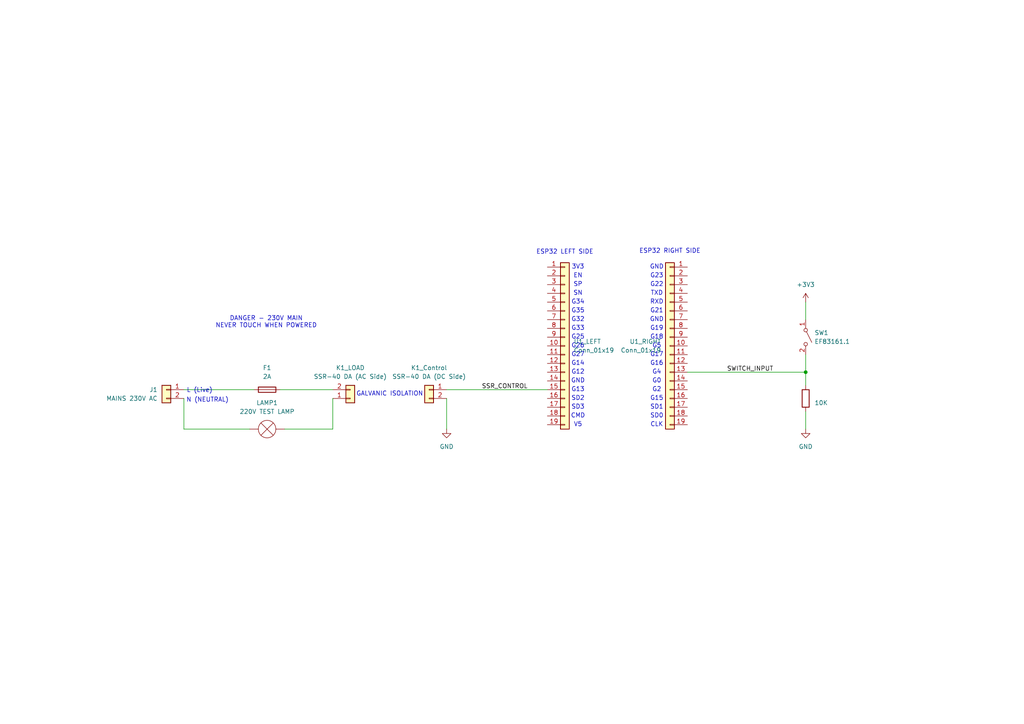
<source format=kicad_sch>
(kicad_sch (version 20231120) (generator "eeschema") (generator_version "8.0")
  (paper "A4")
  (lib_symbols
    (symbol "Connector_Generic:Conn_01x02" (pin_names (offset 1.016) hide)
      (property "Reference" "J" (at 0 2.54 0))
      (property "Value" "Conn_01x02" (at 0 -5.08 0))
      (symbol "Conn_01x02_1_1"
        (rectangle (start -1.27 -2.413) (end 0 -2.667) (stroke (width 0.1524)))
        (rectangle (start -1.27 0.127) (end 0 -0.127) (stroke (width 0.1524)))
        (rectangle (start -1.27 1.27) (end 1.27 -3.81) (stroke (width 0.254)) (fill (type background)))
        (pin passive line (at -5.08 0 0) (length 3.81) (name "Pin_1") (number "1"))
        (pin passive line (at -5.08 -2.54 0) (length 3.81) (name "Pin_2") (number "2"))
      )
    )
    (symbol "Connector_Generic:Conn_01x19" (pin_names (offset 1.016) hide)
      (property "Reference" "J" (at 0 25.4 0))
      (property "Value" "Conn_01x19" (at 0 -25.4 0))
      (symbol "Conn_01x19_1_1"
        (rectangle (start -1.27 -22.733) (end 0 -22.987) (stroke (width 0.1524)))
        (rectangle (start -1.27 -20.193) (end 0 -20.447) (stroke (width 0.1524)))
        (rectangle (start -1.27 -17.653) (end 0 -17.907) (stroke (width 0.1524)))
        (rectangle (start -1.27 -15.113) (end 0 -15.367) (stroke (width 0.1524)))
        (rectangle (start -1.27 -12.573) (end 0 -12.827) (stroke (width 0.1524)))
        (rectangle (start -1.27 -10.033) (end 0 -10.287) (stroke (width 0.1524)))
        (rectangle (start -1.27 -7.493) (end 0 -7.747) (stroke (width 0.1524)))
        (rectangle (start -1.27 -4.953) (end 0 -5.207) (stroke (width 0.1524)))
        (rectangle (start -1.27 -2.413) (end 0 -2.667) (stroke (width 0.1524)))
        (rectangle (start -1.27 0.127) (end 0 -0.127) (stroke (width 0.1524)))
        (rectangle (start -1.27 2.667) (end 0 2.413) (stroke (width 0.1524)))
        (rectangle (start -1.27 5.207) (end 0 4.953) (stroke (width 0.1524)))
        (rectangle (start -1.27 7.747) (end 0 7.493) (stroke (width 0.1524)))
        (rectangle (start -1.27 10.287) (end 0 10.033) (stroke (width 0.1524)))
        (rectangle (start -1.27 12.827) (end 0 12.573) (stroke (width 0.1524)))
        (rectangle (start -1.27 15.367) (end 0 15.113) (stroke (width 0.1524)))
        (rectangle (start -1.27 17.907) (end 0 17.653) (stroke (width 0.1524)))
        (rectangle (start -1.27 20.447) (end 0 20.193) (stroke (width 0.1524)))
        (rectangle (start -1.27 22.987) (end 0 22.733) (stroke (width 0.1524)))
        (rectangle (start -1.27 24.13) (end 1.27 -24.13) (stroke (width 0.254)) (fill (type background)))
        (pin passive line (at -5.08 22.86 0) (length 3.81) (name "Pin_1") (number "1"))
        (pin passive line (at -5.08 0 0) (length 3.81) (name "Pin_10") (number "10"))
        (pin passive line (at -5.08 -2.54 0) (length 3.81) (name "Pin_11") (number "11"))
        (pin passive line (at -5.08 -5.08 0) (length 3.81) (name "Pin_12") (number "12"))
        (pin passive line (at -5.08 -7.62 0) (length 3.81) (name "Pin_13") (number "13"))
        (pin passive line (at -5.08 -10.16 0) (length 3.81) (name "Pin_14") (number "14"))
        (pin passive line (at -5.08 -12.7 0) (length 3.81) (name "Pin_15") (number "15"))
        (pin passive line (at -5.08 -15.24 0) (length 3.81) (name "Pin_16") (number "16"))
        (pin passive line (at -5.08 -17.78 0) (length 3.81) (name "Pin_17") (number "17"))
        (pin passive line (at -5.08 -20.32 0) (length 3.81) (name "Pin_18") (number "18"))
        (pin passive line (at -5.08 -22.86 0) (length 3.81) (name "Pin_19") (number "19"))
        (pin passive line (at -5.08 20.32 0) (length 3.81) (name "Pin_2") (number "2"))
        (pin passive line (at -5.08 17.78 0) (length 3.81) (name "Pin_3") (number "3"))
        (pin passive line (at -5.08 15.24 0) (length 3.81) (name "Pin_4") (number "4"))
        (pin passive line (at -5.08 12.7 0) (length 3.81) (name "Pin_5") (number "5"))
        (pin passive line (at -5.08 10.16 0) (length 3.81) (name "Pin_6") (number "6"))
        (pin passive line (at -5.08 7.62 0) (length 3.81) (name "Pin_7") (number "7"))
        (pin passive line (at -5.08 5.08 0) (length 3.81) (name "Pin_8") (number "8"))
        (pin passive line (at -5.08 2.54 0) (length 3.81) (name "Pin_9") (number "9"))
      )
    )
    (symbol "Device:Fuse" (pin_numbers hide) (pin_names (offset 0))
      (property "Reference" "F" (at 2.032 0 90))
      (property "Value" "Fuse" (at -1.905 0 90))
      (symbol "Fuse_0_1"
        (rectangle (start -0.762 -2.54) (end 0.762 2.54) (stroke (width 0.254)))
        (polyline (pts (xy 0 2.54) (xy 0 -2.54)))
      )
      (symbol "Fuse_1_1"
        (pin passive line (at 0 3.81 270) (length 1.27) (name "~") (number "1"))
        (pin passive line (at 0 -3.81 90) (length 1.27) (name "~") (number "2"))
      )
    )
    (symbol "Device:Lamp" (pin_numbers hide) (pin_names (offset 0.0254) hide)
      (property "Reference" "LA" (at 0.635 3.81 0))
      (property "Value" "Lamp" (at 0.635 -3.81 0))
      (symbol "Lamp_0_1"
        (polyline (pts (xy -1.778 1.778) (xy 1.778 -1.778)))
        (polyline (pts (xy 1.778 1.778) (xy -1.778 -1.778)))
        (circle (center 0 0) (radius 2.54))
      )
      (symbol "Lamp_1_1"
        (pin passive line (at 0 -5.08 90) (length 2.54) (name "-") (number "1"))
        (pin passive line (at 0 5.08 270) (length 2.54) (name "+") (number "2"))
      )
    )
    (symbol "Device:R" (pin_numbers hide) (pin_names (offset 0))
      (property "Reference" "R" (at 2.032 0 90))
      (property "Value" "R" (at 0 0 90))
      (symbol "R_0_1"
        (rectangle (start -1.016 -2.54) (end 1.016 2.54) (stroke (width 0.254)))
      )
      (symbol "R_1_1"
        (pin passive line (at 0 3.81 270) (length 1.27) (name "~") (number "1"))
        (pin passive line (at 0 -3.81 90) (length 1.27) (name "~") (number "2"))
      )
    )
    (symbol "Switch:SW_SPST" (pin_names (offset 0) hide)
      (property "Reference" "SW" (at 0 3.175 0))
      (property "Value" "SW_SPST" (at 0 -2.54 0))
      (symbol "SW_SPST_0_0"
        (circle (center -2.032 0) (radius 0.508))
        (polyline (pts (xy -1.524 0.254) (xy 1.524 1.778)))
        (circle (center 2.032 0) (radius 0.508))
      )
      (symbol "SW_SPST_1_1"
        (pin passive line (at -5.08 0 0) (length 2.54) (name "A") (number "1"))
        (pin passive line (at 5.08 0 180) (length 2.54) (name "B") (number "2"))
      )
    )
    (symbol "power:+3V3" (power) (pin_numbers hide) (pin_names (offset 0) hide)
      (property "Value" "+3V3" (at 0 3.556 0))
      (symbol "+3V3_0_1"
        (polyline (pts (xy -0.762 1.27) (xy 0 2.54)))
        (polyline (pts (xy 0 0) (xy 0 2.54)))
        (polyline (pts (xy 0 2.54) (xy 0.762 1.27)))
      )
      (symbol "+3V3_1_1"
        (pin power_in line (at 0 0 90) (length 0) (name "~") (number "1"))
      )
    )
    (symbol "power:GND" (power) (pin_numbers hide) (pin_names (offset 0) hide)
      (property "Value" "GND" (at 0 -3.81 0))
      (symbol "GND_0_1"
        (polyline (pts (xy 0 0) (xy 0 -1.27) (xy 1.27 -1.27) (xy 0 -2.54) (xy -1.27 -1.27) (xy 0 -1.27)))
      )
      (symbol "GND_1_1"
        (pin power_in line (at 0 0 270) (length 0) (name "~") (number "1"))
      )
    )
  )
  (junction (at 233.68 107.95))
  (wire (pts (xy 233.68 111.76) (xy 233.68 107.95)))
  (wire (pts (xy 233.68 119.38) (xy 233.68 124.46)))
  (wire (pts (xy 199.39 107.95) (xy 233.68 107.95)))
  (wire (pts (xy 233.68 102.87) (xy 233.68 107.95)))
  (wire (pts (xy 233.68 87.63) (xy 233.68 92.71)))
  (wire (pts (xy 129.54 115.57) (xy 129.54 124.46)))
  (wire (pts (xy 53.34 124.46) (xy 53.34 115.57)))
  (wire (pts (xy 81.28 113.03) (xy 96.52 113.03)))
  (wire (pts (xy 96.52 124.46) (xy 96.52 115.57)))
  (wire (pts (xy 53.34 113.03) (xy 73.66 113.03)))
  (wire (pts (xy 158.75 113.03) (xy 129.54 113.03)))
  (wire (pts (xy 72.39 124.46) (xy 53.34 124.46)))
  (wire (pts (xy 82.55 124.46) (xy 96.52 124.46)))
  (text "ESP32 RIGHT SIDE" (at 194.31 72.898 0) (effects (font (size 1.27 1.27))))
  (text "ESP32 LEFT SIDE" (at 163.83 73.152 0) (effects (font (size 1.27 1.27))))
  (text "SP" (at 167.64 82.55 0) (effects (font (size 1.27 1.27))))
  (text "CLK" (at 190.5 123.19 0) (effects (font (size 1.27 1.27))))
  (text "G34" (at 167.64 87.63 0) (effects (font (size 1.27 1.27))))
  (text "G25" (at 167.64 97.79 0) (effects (font (size 1.27 1.27))))
  (text "L (Live)" (at 57.912 113.284 0) (effects (font (size 1.27 1.27))))
  (text "TXD" (at 190.5 85.09 0) (effects (font (size 1.27 1.27))))
  (text "SD1" (at 190.5 118.11 0) (effects (font (size 1.27 1.27))))
  (text "DANGER - 230V MAIN\nNEVER TOUCH WHEN POWERED" (at 77.216 93.472 0) (effects (font (size 1.27 1.27))))
  (text "G32" (at 167.64 92.71 0) (effects (font (size 1.27 1.27))))
  (text "SD3" (at 167.64 118.11 0) (effects (font (size 1.27 1.27))))
  (text "3V3\n" (at 167.64 77.47 0) (effects (font (size 1.27 1.27))))
  (text "G19" (at 190.5 95.25 0) (effects (font (size 1.27 1.27))))
  (text "GND" (at 190.5 77.47 0) (effects (font (size 1.27 1.27))))
  (text "SD2" (at 167.64 115.57 0) (effects (font (size 1.27 1.27))))
  (text "GALVANIC ISOLATION" (at 113.03 114.3 0) (effects (font (size 1.27 1.27))))
  (text "G21" (at 190.5 90.17 0) (effects (font (size 1.27 1.27))))
  (text "CMD" (at 167.64 120.65 0) (effects (font (size 1.27 1.27))))
  (text "G17" (at 190.5 102.87 0) (effects (font (size 1.27 1.27))))
  (text "G15" (at 190.5 115.57 0) (effects (font (size 1.27 1.27))))
  (text "G14" (at 167.64 105.41 0) (effects (font (size 1.27 1.27))))
  (text "G4" (at 190.5 107.95 0) (effects (font (size 1.27 1.27))))
  (text "G0" (at 190.5 110.49 0) (effects (font (size 1.27 1.27))))
  (text "G26" (at 167.64 100.33 0) (effects (font (size 1.27 1.27))))
  (text "G23" (at 190.5 80.01 0) (effects (font (size 1.27 1.27))))
  (text "G27" (at 167.64 102.87 0) (effects (font (size 1.27 1.27))))
  (text "G5" (at 190.5 100.33 0) (effects (font (size 1.27 1.27))))
  (text "G18" (at 190.5 97.79 0) (effects (font (size 1.27 1.27))))
  (text "G16" (at 190.5 105.41 0) (effects (font (size 1.27 1.27))))
  (text "G22" (at 190.5 82.55 0) (effects (font (size 1.27 1.27))))
  (text "GND" (at 167.64 110.49 0) (effects (font (size 1.27 1.27))))
  (text "G2" (at 190.5 113.03 0) (effects (font (size 1.27 1.27))))
  (text "GND" (at 190.5 92.71 0) (effects (font (size 1.27 1.27))))
  (text "G13" (at 167.64 113.03 0) (effects (font (size 1.27 1.27))))
  (text "G35" (at 167.64 90.17 0) (effects (font (size 1.27 1.27))))
  (text "EN\n" (at 167.64 80.01 0) (effects (font (size 1.27 1.27))))
  (text "SD0" (at 190.5 120.65 0) (effects (font (size 1.27 1.27))))
  (text "SN" (at 167.64 85.09 0) (effects (font (size 1.27 1.27))))
  (text "RXD" (at 190.5 87.63 0) (effects (font (size 1.27 1.27))))
  (text "N (NEUTRAL)" (at 60.198 116.078 0) (effects (font (size 1.27 1.27))))
  (text "V5" (at 167.64 123.19 0) (effects (font (size 1.27 1.27))))
  (text "G33" (at 167.64 95.25 0) (effects (font (size 1.27 1.27))))
  (text "G12" (at 167.64 107.95 0) (effects (font (size 1.27 1.27))))
  (label "SWITCH_INPUT" (at 210.82 107.95 0))
  (label "SSR_CONTROL" (at 139.7 113.03 0))
  (symbol (lib_id "Connector_Generic:Conn_01x02") (at 124.46 113.03 0) (mirror y) (unit 1)
    (property "Reference" "K1_Control" (at 124.46 106.68 0))
    (property "Value" "SSR-40 DA (DC Side)" (at 124.46 109.22 0))
    (property "Description" "Generic connector, single row, 01x02, script generated (kicad-library-utils/schlib/autogen/connector/)" (effects (hide yes)))
  )
  (symbol (lib_id "Connector_Generic:Conn_01x19") (at 194.31 100.33 0) (mirror y) (unit 1)
    (property "Reference" "U1_RIGHT" (at 191.77 99.0599 0) (effects (justify left)))
    (property "Value" "Conn_01x19" (at 191.77 101.5999 0) (effects (justify left)))
    (property "Description" "Generic connector, single row, 01x19, script generated (kicad-library-utils/schlib/autogen/connector/)" (effects (hide yes)))
  )
  (symbol (lib_id "power:GND") (at 129.54 124.46 0) (unit 1)
    (property "Reference" "#PWR3" (effects (hide yes)))
    (property "Value" "GND" (at 129.54 129.54 0))
    (property "Description" "Power symbol creates a global label with name \"GND\" , ground" (effects (hide yes)))
  )
  (symbol (lib_id "power:GND") (at 233.68 124.46 0) (unit 1)
    (property "Reference" "#PWR2" (effects (hide yes)))
    (property "Value" "GND" (at 233.68 129.54 0))
    (property "Description" "Power symbol creates a global label with name \"GND\" , ground" (effects (hide yes)))
  )
  (symbol (lib_id "Connector_Generic:Conn_01x02") (at 48.26 113.03 0) (mirror y) (unit 1)
    (property "Reference" "J1" (at 45.72 113.0299 0) (effects (justify left)))
    (property "Value" "MAINS 230V AC" (at 45.72 115.5699 0) (effects (justify left)))
    (property "Description" "Generic connector, single row, 01x02, script generated (kicad-library-utils/schlib/autogen/connector/)" (effects (hide yes)))
  )
  (symbol (lib_id "Device:Fuse") (at 77.47 113.03 90) (unit 1)
    (property "Reference" "F1" (at 77.47 106.68 90))
    (property "Value" "2A" (at 77.47 109.22 90))
    (property "Description" "Fuse" (effects (hide yes)))
  )
  (symbol (lib_id "Connector_Generic:Conn_01x02") (at 101.6 115.57 0) (mirror x) (unit 1)
    (property "Reference" "K1_LOAD" (at 101.6 106.68 0))
    (property "Value" "SSR-40 DA (AC Side)" (at 101.6 109.22 0))
    (property "Description" "Generic connector, single row, 01x02, script generated (kicad-library-utils/schlib/autogen/connector/)" (effects (hide yes)))
  )
  (symbol (lib_id "Connector_Generic:Conn_01x19") (at 163.83 100.33 0) (unit 1)
    (property "Reference" "U1_LEFT" (at 166.37 99.0599 0) (effects (justify left)))
    (property "Value" "Conn_01x19" (at 166.37 101.5999 0) (effects (justify left)))
    (property "Description" "Generic connector, single row, 01x19, script generated (kicad-library-utils/schlib/autogen/connector/)" (effects (hide yes)))
  )
  (symbol (lib_id "power:+3V3") (at 233.68 87.63 0) (unit 1)
    (property "Reference" "#PWR1" (effects (hide yes)))
    (property "Value" "+3V3" (at 233.68 82.55 0))
    (property "Description" "Power symbol creates a global label with name \"+3V3\"" (effects (hide yes)))
  )
  (symbol (lib_id "Switch:SW_SPST") (at 233.68 97.79 270) (unit 1)
    (property "Reference" "SW1" (at 236.22 96.5199 90) (effects (justify left)))
    (property "Value" "EF83161.1" (at 236.22 99.0599 90) (effects (justify left)))
    (property "Description" "Single Pole Single Throw (SPST) switch" (effects (hide yes)))
  )
  (symbol (lib_id "Device:Lamp") (at 77.47 124.46 90) (unit 1)
    (property "Reference" "LAMP1" (at 77.47 116.84 90))
    (property "Value" "220V TEST LAMP" (at 77.47 119.38 90))
    (property "Description" "Lamp" (effects (hide yes)))
  )
  (symbol (lib_id "Device:R") (at 233.68 115.57 0) (unit 1)
    (property "Reference" "R1" (effects (hide yes)))
    (property "Value" "10K" (at 236.22 116.8399 0) (effects (justify left)))
    (property "Description" "Resistor" (effects (hide yes)))
  )
)
</source>
